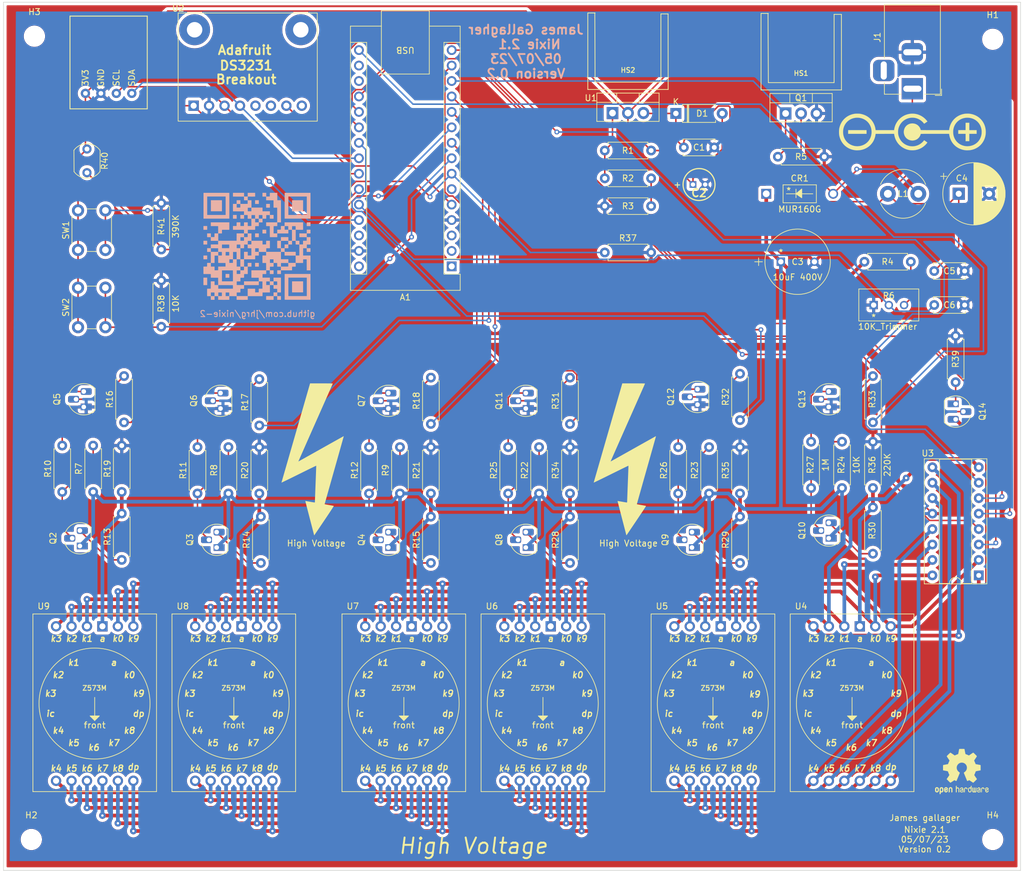
<source format=kicad_pcb>
(kicad_pcb (version 20221018) (generator pcbnew)
  (layers (0 "F.Cu" signal) (31 "B.Cu" signal) (34 "B.Paste" user) (35 "F.Paste" user) (36 "B.SilkS" user "B.Silkscreen") (37 "F.SilkS" user "F.Silkscreen") (38 "B.Mask" user) (39 "F.Mask" user) (44 "Edge.Cuts" user))
  (net 0 "")
  (net 3 "Net-(A1-A6)")
  (net 4 "GND")
  (net 5 "1s_pulse")
  (net 8 "Net-(A1-D5)")
  (net 9 "DP")
  (net 10 "digit_0")
  (net 11 "digit_1")
  (net 12 "digit_2")
  (net 13 "Cntrl")
  (net 14 "digit_3")
  (net 15 "digit_4")
  (net 16 "digit_5")
  (net 17 "Net-(A1-D4)")
  (net 19 "A0")
  (net 20 "A1")
  (net 21 "A2")
  (net 22 "A3")
  (net 23 "SDA")
  (net 24 "SCL")
  (net 26 "Vm")
  (net 27 "+5V")
  (net 30 "+15V")
  (net 31 "HV")
  (net 32 "Net-(Q1-D)")
  (net 34 "/Nixies 2.1 Display/tube_dp")
  (net 35 "Net-(Q2-C)")
  (net 36 "Net-(R2-Pad2)")
  (net 37 "Net-(R4-Pad2)")
  (net 38 "T1")
  (net 39 "T2")
  (net 40 "T3")
  (net 41 "T4")
  (net 42 "T5")
  (net 43 "T6")
  (net 44 "Net-(Q2-B)")
  (net 45 "Net-(Q3-C)")
  (net 46 "Net-(Q3-B)")
  (net 47 "/Nixies 2.1 Display/k8")
  (net 48 "/Nixies 2.1 Display/k9")
  (net 49 "/Nixies 2.1 Display/k2")
  (net 50 "/Nixies 2.1 Display/k3")
  (net 51 "/Nixies 2.1 Display/k7")
  (net 52 "/Nixies 2.1 Display/k6")
  (net 53 "/Nixies 2.1 Display/k4")
  (net 54 "/Nixies 2.1 Display/k5")
  (net 55 "/Nixies 2.1 Display/k1")
  (net 56 "/Nixies 2.1 Display/k0")
  (net 57 "Net-(Q4-C)")
  (net 58 "Net-(Q4-B)")
  (net 59 "Net-(Q5-B)")
  (net 60 "Net-(Q5-C)")
  (net 61 "Net-(Q6-B)")
  (net 62 "Net-(Q6-C)")
  (net 63 "Net-(Q7-B)")
  (net 64 "Net-(Q7-C)")
  (net 65 "Net-(Q8-C)")
  (net 66 "Net-(Q8-B)")
  (net 67 "Net-(Q9-C)")
  (net 68 "Net-(Q9-B)")
  (net 69 "Net-(Q10-C)")
  (net 70 "Net-(Q10-B)")
  (net 71 "Net-(Q11-B)")
  (net 72 "Net-(Q11-C)")
  (net 73 "Net-(Q12-B)")
  (net 74 "Net-(Q12-C)")
  (net 75 "Net-(Q13-B)")
  (net 76 "Net-(Q13-C)")
  (net 77 "Net-(Q14-E)")
  (net 78 "Net-(U1-ADJ)")
  (footprint "Resistor_THT:R_Axial_DIN0207_L6.3mm_D2.5mm_P7.62mm_Horizontal" (layer "F.Cu") (at 41.166 73.17 90)
    (fp_text reference "R38")
    (fp_text value "10K")
  )
  (footprint "nixie-2.1-footprints:1.0uF_160V_CAPPRD200W50D525H1250" (layer "F.Cu") (at 128.54 49.784)
    (fp_text reference "C2")
    (fp_text value "1.0uF 160V" hide)
  )
  (footprint "Resistor_THT:R_Axial_DIN0207_L6.3mm_D2.5mm_P7.62mm_Horizontal" (layer "F.Cu") (at 80.391 100.584 90)
    (fp_text reference "R9")
    (fp_text value "10K")
  )
  (footprint "Package_TO_SOT_THT:TO-220-3_Vertical" (layer "F.Cu") (at 115.316 38.029)
    (fp_text reference "U1")
    (fp_text value "LM317_TO-220")
  )
  (footprint "nixie-2.1-footprints:Z573M_Board" (layer "F.Cu") (at 53.086 135.128)
    (fp_text reference "U8")
    (fp_text value "Z573M_Board")
  )
  (footprint "Resistor_THT:R_Axial_DIN0207_L6.3mm_D2.5mm_P7.62mm_Horizontal" (layer "F.Cu") (at 41.166 60.47 90)
    (fp_text reference "R41")
    (fp_text value "390K")
  )
  (footprint "nixie-2.1-footprints:MUR160G" (layer "F.Cu") (at 140.5813 51.308)
    (fp_text reference "CR1")
    (fp_text value "MUR160G")
  )
  (footprint "nixie-2.1-footprints:BarrelJack_Horizontal" (layer "F.Cu") (at 164.592 34.036 -90)
    (fp_text reference "J1")
    (fp_text value "Barrel_Jack_Switch")
  )
  (footprint "nixie-2.1-footprints:PV36W103C01B00" (layer "F.Cu") (at 158.2293 69.6087)
    (fp_text reference "R6")
    (fp_text value "10K_Trimmer")
  )
  (footprint "MountingHole:MountingHole_3mm" (layer "F.Cu") (at 20.32 25.4)
    (fp_text reference "H3")
    (fp_text value "MountingHole")
  )
  (footprint "nixie-2.1-footprints:TO-92_HandSolder" (layer "F.Cu") (at 28.427 86.36 90)
    (fp_text reference "Q5")
    (fp_text value "MPSA42")
  )
  (footprint "nixie-2.1-footprints:TO-92_HandSolder" (layer "F.Cu") (at 78.486 109.474 90)
    (fp_text reference "Q4")
    (fp_text value "MPSA92")
  )
  (footprint "Resistor_THT:R_Axial_DIN0207_L6.3mm_D2.5mm_P7.62mm_Horizontal" (layer "F.Cu") (at 52.197 100.584 90)
    (fp_text reference "R8")
    (fp_text value "10K")
  )
  (footprint "Resistor_THT:R_Axial_DIN0207_L6.3mm_D2.5mm_P7.62mm_Horizontal" (layer "F.Cu") (at 85.471 112.014 90)
    (fp_text reference "R15")
    (fp_text value "3.3K")
  )
  (footprint "nixie-2.1-footprints:TO-92_HandSolder" (layer "F.Cu") (at 50.271 109.474 90)
    (fp_text reference "Q3")
    (fp_text value "MPSA92")
  )
  (footprint "Resistor_THT:R_Axial_DIN0207_L6.3mm_D2.5mm_P7.62mm_Horizontal" (layer "F.Cu") (at 126.111 100.584 90)
    (fp_text reference "R26")
    (fp_text value "1M")
  )
  (footprint "Resistor_THT:R_Axial_DIN0207_L6.3mm_D2.5mm_P7.62mm_Horizontal" (layer "F.Cu") (at 98.171 100.584 90)
    (fp_text reference "R25")
    (fp_text value "1M")
  )
  (footprint "nixie-2.1-footprints:BMP280_bb" (layer "F.Cu") (at 32.512 29.464)
    (fp_text reference "U10" hide)
    (fp_text value "BMP180_breakout")
  )
  (footprint "nixie-2.1-footprints:AVVID-577202B-00000G" (layer "F.Cu") (at 146.3265 34.3025 180)
    (fp_text reference "HS1")
    (fp_text value "Heatsink")
  )
  (footprint "Resistor_THT:R_Axial_DIN0207_L6.3mm_D2.5mm_P7.62mm_Horizontal" (layer "F.Cu") (at 103.251 100.584 90)
    (fp_text reference "R22")
    (fp_text value "10K")
  )
  (footprint "Resistor_THT:R_Axial_DIN0207_L6.3mm_D2.5mm_P7.62mm_Horizontal" (layer "F.Cu") (at 24.892 100.33 90)
    (fp_text reference "R10")
    (fp_text value "1M")
  )
  (footprint "Package_TO_SOT_THT:TO-92_HandSolder" (layer "F.Cu") (at 171.704 85.852 -90)
    (fp_text reference "Q14")
    (fp_text value "MPSA42")
  )
  (footprint "Resistor_THT:R_Axial_DIN0207_L6.3mm_D2.5mm_P7.62mm_Horizontal" (layer "F.Cu") (at 57.277 100.584 90)
    (fp_text reference "R20")
    (fp_text value "220K")
  )
  (footprint "nixie-2.1-footprints:R_LDR_5.1x4.3mm_P3.9mm_Vertical" (layer "F.Cu") (at 28.956 44.196 -90)
    (fp_text reference "R40")
    (fp_text value "R_Photo")
  )
  (footprint "MountingHole:MountingHole_3mm" (layer "F.Cu") (at 177.8 25.908)
    (fp_text reference "H1")
    (fp_text value "MountingHole")
  )
  (footprint "Resistor_THT:R_Axial_DIN0207_L6.3mm_D2.5mm_P7.62mm_Horizontal" (layer "F.Cu") (at 34.671 100.33 90)
    (fp_text reference "R19")
    (fp_text value "220K")
  )
  (footprint "nixie-2.1-footprints:High-voltage-25mm-v2-with-text" (layer "F.Cu") (at 117.348 94.996)
    (fp_text reference "G***" hide)
    (fp_text value "LOGO" hide)
  )
  (footprint "Resistor_THT:R_Axial_DIN0207_L6.3mm_D2.5mm_P7.62mm_Horizontal" (layer "F.Cu") (at 156.718 62.484)
    (fp_text reference "R4")
    (fp_text value "390K")
  )
  (footprint "nixie-2.1-footprints:ESG475M400AH2AA" (layer "F.Cu") (at 142.9816 62.484)
    (fp_text reference "C3")
    (fp_text value "10uF 400V")
  )
  (footprint "Resistor_THT:R_Axial_DIN0207_L6.3mm_D2.5mm_P7.62mm_Horizontal" (layer "F.Cu") (at 57.277 89.408 90)
    (fp_text reference "R17")
    (fp_text value "10K")
  )
  (footprint "Resistor_THT:R_Axial_DIN0207_L6.3mm_D2.5mm_P7.62mm_Horizontal" (layer "F.Cu") (at 147.955 99.695 90)
    (fp_text reference "R27")
    (fp_text value "1M")
  )
  (footprint "Resistor_THT:R_Axial_DIN0207_L6.3mm_D2.5mm_P7.62mm_Horizontal" (layer "F.Cu") (at 57.531 112.014 90)
    (fp_text reference "R14")
    (fp_text value "3.3K")
  )
  (footprint "nixie-2.1-footprints:High-voltage-25mm-v2-with-text" (layer "F.Cu") (at 66.04 94.996)
    (fp_text reference "G***" hide)
    (fp_text value "LOGO" hide)
  )
  (footprint "nixie-2.1-footprints:Z573M_Board" (layer "F.Cu") (at 81.026 135.128)
    (fp_text reference "U7")
    (fp_text value "Z573M_Board")
  )
  (footprint "nixie-2.1-footprints:TO-92_HandSolder" (layer "F.Cu") (at 128.376 109.474 90)
    (fp_text reference "Q9")
    (fp_text value "MPSA92")
  )
  (footprint "Resistor_THT:R_Axial_DIN0207_L6.3mm_D2.5mm_P7.62mm_Horizontal" (layer "F.Cu") (at 35.052 88.9 90)
    (fp_text reference "R16")
    (fp_text value "10K")
  )
  (footprint "MountingHole:MountingHole_3mm" (layer "F.Cu") (at 19.812 157.48)
    (fp_text reference "H2")
    (fp_text value "MountingHole")
  )
  (footprint "nixie-2.1-footprints:TO-92_HandSolder" (layer "F.Cu") (at 101.071 109.474 90)
    (fp_text reference "Q8")
    (fp_text value "MPSA92")
  )
  (footprint "Package_DIP:DIP-16_W7.62mm_Socket" (layer "F.Cu") (at 175.504 114.056 180)
    (fp_text reference "U3")
    (fp_text value "74141")
  )
  (footprint "Resistor_THT:R_Axial_DIN0207_L6.3mm_D2.5mm_P7.62mm_Horizontal" (layer "F.Cu") (at 108.331 100.584 90)
    (fp_text reference "R34")
    (fp_text value "220K")
  )
  (footprint "Symbol:OSHW-Logo2_9.8x8mm_SilkScreen" (layer "F.Cu") (at 172.72 146.304)
    (fp_text reference "REF**" hide)
    (fp_text value "OSHW-Logo2_9.8x8mm_SilkScreen" hide)
  )
  (footprint "nixie-2.1-footprints:TO-92_HandSolder" (layer "F.Cu") (at 50.906 86.614 90)
    (fp_text reference "Q6")
    (fp_text value "MPSA42")
  )
  (footprint "Resistor_THT:R_Axial_DIN0207_L6.3mm_D2.5mm_P7.62mm_Horizontal" (layer "F.Cu") (at 85.471 89.154 90)
    (fp_text reference "R18")
    (fp_text value "10K")
  )
  (footprint "nixie-2.1-footprints:Z573M_Board" (layer "F.Cu") (at 131.826 135.128)
    (fp_text reference "U5")
    (fp_text value "Z573M_Board")
  )
  (footprint "Resistor_THT:R_Axial_DIN0207_L6.3mm_D2.5mm_P7.62mm_Horizontal" (layer "F.Cu") (at 158.115 88.9 90)
    (fp_text reference "R33")
    (fp_text value "10K")
  )
  (footprint "nixie-2.1-footprints:Z573M_Board" (layer "F.Cu") (at 154.686 135.128)
    (fp_text reference "U4")
    (fp_text value "Z573M_Board")
  )
  (footprint "Resistor_THT:R_Axial_DIN0207_L6.3mm_D2.5mm_P7.62mm_Horizontal" (layer "F.Cu") (at 75.311 100.584 90)
    (fp_text reference "R12")
    (fp_text value "1M")
  )
  (footprint "Resistor_THT:R_Axial_DIN0207_L6.3mm_D2.5mm_P7.62mm_Horizontal" (layer "F.Cu") (at 171.704 82.296 90)
    (fp_text reference "R39")
    (fp_text value "12K")
  )
  (footprint "nixie-2.1-footprints:TO-92_HandSolder" (layer "F.Cu") (at 78.486 86.614 90)
    (fp_text reference "Q7")
    (fp_text value "MPSA42")
  )
  (footprint "Resistor_THT:R_Axial_DIN0207_L6.3mm_D2.5mm_P7.62mm_Horizontal" (layer "F.Cu") (at 114.046 60.96)
    (fp_text reference "R37")
    (fp_text value "10K")
  )
  (footprint "Symbol:Polarity_Center_Positive_6mm_SilkScreen" (layer "F.Cu") (at 164.592 41.148)
    (fp_text reference "REF**" hide)
    (fp_text value "Polarity_Center_Positive_6mm_SilkScreen" hide)
  )
  (footprint "Resistor_THT:R_Axial_DIN0207_L6.3mm_D2.5mm_P7.62mm_Horizontal" (layer "F.Cu") (at 121.666 44.196 180)
    (fp_text reference "R1")
    (fp_text value "220")
  )
  (footprint "Resistor_THT:R_Axial_DIN0207_L6.3mm_D2.5mm_P7.62mm_Horizontal" (layer "F.Cu") (at 136.271 100.584 90)
    (fp_text reference "R35")
    (fp_text value "220K")
  )
  (footprint "Module:Arduino_Nano" (layer "F.Cu") (at 88.89 63.246 180)
    (fp_text reference "A1")
    (fp_text value "Arduino_Nano_v3.x")
  )
  (footprint "Resistor_THT:R_Axial_DIN0207_L6.3mm_D2.5mm_P7.62mm_Horizontal" (layer "F.Cu") (at 47.117 100.584 90)
    (fp_text reference "R11")
    (fp_text value "1M")
  )
  (footprint "Capacitor_THT:C_Disc_D5.0mm_W2.5mm_P5.00mm" (layer "F.Cu") (at 127.04 43.688)
    (fp_text reference "C1")
    (fp_text value "0.1uF 50V")
  )
  (footprint "nixie-2.1-footprints:TO-92_HandSolder" (layer "F.Cu") (at 150.855 86.36 90)
    (fp_text reference "Q13")
    (fp_text value "MPSA42")
  )
  (footprint "Resistor_THT:R_Axial_DIN0207_L6.3mm_D2.5mm_P7.62mm_Horizontal" (layer "F.Cu") (at 153.035 99.695 90)
    (fp_text reference "R24")
    (fp_text value "10K")
  )
  (footprint "Resistor_THT:R_Axial_DIN0207_L6.3mm_D2.5mm_P7.62mm_Horizontal" (layer "F.Cu") (at 142.494 45.212)
    (fp_text reference "R5")
    (fp_text value "1M")
  )
  (footprint "nixie-2.1-footprints:AVVID-577202B-00000G" (layer "F.Cu") (at 117.856 34.2275 180)
    (fp_text reference "HS2")
    (fp_text value "Heatsink")
  )
  (footprint "Package_TO_SOT_THT:TO-92_HandSolder" (layer "F.Cu") (at 101.071 86.614 90)
    (fp_text reference "Q11")
    (fp_text value "MPSA42")
  )
  (footprint "Package_TO_SOT_THT:TO-220-3_Vertical" (layer "F.Cu") (at 143.764 38.1)
    (fp_text reference "Q1")
    (fp_text value "IRF730 TO220-3")
  )
  (footprint "Resistor_THT:R_Axial_DIN0207_L6.3mm_D2.5mm_P7.62mm_Horizontal" (layer "F.Cu") (at 121.666 53.34 180)
    (fp_text reference "R3")
    (fp_text value "330")
  )
  (footprint "Resistor_THT:R_Axial_DIN0207_L6.3mm_D2.5mm_P7.62mm_Horizontal" (layer "F.Cu") (at 108.331 89.154 90)
    (fp_text reference "R31")
    (fp_text value "10K")
  )
  (footprint "nixie-2.1-footprints:TO-92_HandSolder" (layer "F.Cu") (at 27.792 109.22 90)
    (fp_text reference "Q2")
    (fp_text value "MPSA92")
  )
  (footprint "Capacitor_THT:CP_Radial_D10.0mm_P5.00mm" (layer "F.Cu") (at 172.212 51.308)
    (fp_text reference "C4")
    (fp_text value "470uF 25V")
  )
  (footprint "Diode_THT:D_A-405_P7.62mm_Horizontal" (layer "F.Cu") (at 125.73 38.1)
    (fp_text reference "D1")
    (fp_text value "1N4002")
  )
  (footprint "MountingHole:MountingHole_3mm" (layer "F.Cu") (at 177.8 157.48)
    (fp_text reference "H4")
    (fp_text value "MountingHole")
  )
  (footprint "Resistor_THT:R_Axial_DIN0207_L6.3mm_D2.5mm_P7.62mm_Horizontal" (layer "F.Cu") (at 108.331 112.014 90)
    (fp_text reference "R28")
    (fp_text value "3.3K")
  )
  (footprint "Button_Switch_THT:SW_PUSH_6mm" (layer "F.Cu") (at 27.486 60.545 90)
    (fp_text reference "SW1")
    (fp_text value "SW_Push")
  )
  (footprint "Inductor_THT:L_Radial_D7.8mm_P5.00mm_Fastron_07HCP" (layer "F.Cu") (at 160.568 51.308)
    (fp_text reference "L1")
    (fp_text value "200uH 1A 450m")
  )
  (footprint "Resistor_THT:R_Axial_DIN0207_L6.3mm_D2.5mm_P7.62mm_Horizontal" (layer "F.Cu") (at 131.191 100.584 90)
    (fp_text reference "R23")
    (fp_text value "10K")
  )
  (footprint "Resistor_THT:R_Axial_DIN0207_L6.3mm_D2.5mm_P7.62mm_Horizontal" (layer "F.Cu") (at 136.271 88.519 90)
    (fp_text reference "R32")
    (fp_text value "10K")
  )
  (footprint "nixie-2.1-footprints:TO-92_HandSolder" (layer "F.Cu") (at 129.286 85.979 90)
    (fp_text reference "Q12")
    (fp_text value "MPSA42")
  )
  (footprint "nixie-2.1-footprints:Z573M_Board" (layer "F.Cu") (at 30.226 135.128)
    (fp_text reference "U9")
    (fp_text value "Z573M_Board")
  )
  (footprint "Resistor_THT:R_Axial_DIN0207_L6.3mm_D2.5mm_P7.62mm_Horizontal" (layer "F.Cu") (at 158.115 99.695 90)
    (fp_text reference "R36")
    (fp_text value "220K")
  )
  (footprint "Capacitor_THT:C_Disc_D5.0mm_W2.5mm_P5.00mm" (layer "F.Cu") (at 168.188 69.596)
    (fp_text reference "C6")
    (fp_text value "0.1uF 50V")
  )
  (footprint "nixie-2.1-footprints:TO-92_HandSolder" (layer "F.Cu") (at 150.855 107.95 90)
    (fp_text reference "Q10")
    (fp_text value "MPSA92")
  )
  (footprint "Resistor_THT:R_Axial_DIN0207_L6.3mm_D2.5mm_P7.62mm_Horizontal" (layer "F.Cu") (at 29.972 100.33 90)
    (fp_text reference "R7")
    (fp_text value "10K")
  )
  (footprint "nixie-2.1-footprints:Z573M_Board" (layer "F.Cu") (at 103.886 135.128)
    (fp_text reference "U6")
    (fp_text value "Z573M_Board")
  )
  (footprint "Resistor_THT:R_Axial_DIN0207_L6.3mm_D2.5mm_P7.62mm_Horizontal" (layer "F.Cu") (at 136.271 112.014 90)
    (fp_text reference "R29")
    (fp_text value "3.3K")
  )
  (footprint "Button_Switch_THT:SW_PUSH_6mm" (layer "F.Cu") (at 27.486 73.245 90)
    (fp_text reference "SW2")
    (fp_text value "SW_Push")
  )
  (footprint "Resistor_THT:R_Axial_DIN0207_L6.3mm_D2.5mm_P7.62mm_Horizontal" (layer "F.Cu") (at 158.115 110.49 90)
    (fp_text reference "R30")
    (fp_text value "3.3K")
  )
  (footprint "Resistor_THT:R_Axial_DIN0207_L6.3mm_D2.5mm_P7.62mm_Horizontal" (layer "F.Cu") (at 114.046 48.768)
    (fp_text reference "R2")
    (fp_text value "330")
  )
  (footprint "Capacitor_THT:C_Disc_D5.0mm_W2.5mm_P5.00mm" (layer "F.Cu") (at 168.188 64.008)
    (fp_text reference "C5")
    (fp_text value "0.1uF 50V")
  )
  (footprint "nixie-2.1-footprints:Adafruit_DS3231_breakout" (layer "F.Cu") (at 43.942 21.59)
    (fp_text reference "U2")
    (fp_text value "Adafruit_DS3231_breakout")
  )
  (footprint "Resistor_THT:R_Axial_DIN0207_L6.3mm_D2.5mm_P7.62mm_Horizontal" (layer "F.Cu") (at 34.671 111.506 90)
    (fp_text reference "R13")
    (fp_text value "3.3K")
  )
  (footprint "Resistor_THT:R_Axial_DIN0207_L6.3mm_D2.5mm_P7.62mm_Horizontal" (layer "F.Cu") (at 85.471 100.584 90)
    (fp_text reference "R21")
    (fp_text value "220K")
  )
  (footprint "nixie-2.1-footprints:QR-code-jhrg-nixie-2" (layer "B.Cu") (at 56.896 59.944 180)
    (fp_text reference "G***" hide)
    (fp_text value "LOGO" hide)
  )
  (gr_line (start 15.24 162.56) (end 15.24 19.812) (stroke (width 0.1)) (layer "Edge.Cuts"))
  (gr_line (start 182.372 162.56) (end 15.24 162.56) (stroke (width 0.1)) (layer "Edge.Cuts"))
  (gr_line (start 182.372 19.812) (end 182.372 162.56) (stroke (width 0.1)) (layer "Edge.Cuts"))
  (gr_line (start 15.24 19.812) (end 182.372 19.812) (stroke (width 0.1)) (layer "Edge.Cuts"))
  (gr_text locked "github.com/jhrg/nixie-2" (at 66.548 71.628) (layer "B.SilkS") (effects (font (size 1 1)) (justify left bottom mirror)))
  (gr_text locked "James Gallagher\nNixie 2.1 \n05/07/23\nVersion 0.2" (at 101.092 27.94) (layer "B.SilkS") (effects (font (size 1.5 1.5) (thickness 0.3)) (justify mirror)))
  (gr_text "Nixie 2.1\n05/07/23\nVersion 0.2" (at 166.624 157.48) (layer "F.SilkS") (effects (font (size 1 1))))
  (gr_text "James gallager\n" (at 166.624 153.924) (layer "F.SilkS") (effects (font (size 1 1))))
  (gr_text locked "High Voltage" (at 92.456 160.02) (layer "F.SilkS") (effects (font (size 2.54 2.54) (thickness 0.3175) italic) (justify bottom)))
  (segment (start 63.726 60.47) (end 73.65 50.546) (width 0.25) (layer "F.Cu") (net 3))
  (segment (start 28.956 47.846) (end 41.166 60.056) (width 0.25) (layer "F.Cu") (net 3))
  (segment (start 41.166 60.47) (end 63.726 60.47) (width 0.25) (layer "F.Cu") (net 3))
  (segment (start 41.166 60.056) (end 41.166 60.47) (width 0.25) (layer "F.Cu") (net 3))
  (segment (start 166.624 102.636) (end 167.884 103.896) (width 0.25) (layer "F.Cu") (net 4))
  (segment (start 166.624 102.636) (end 166.624 102.616) (width 0.25) (layer "F.Cu") (net 4))
  (via (at 166.624 102.616) (size 0.8) (drill 0.4) (layers "F.Cu" "B.Cu") (net 4))
  (segment (start 78.486 86.614) (end 79.121 86.614) (width 0.25) (layer "B.Cu") (net 4))
  (segment (start 82.54 46.736) (end 88.89 53.086) (width 0.25) (layer "F.Cu") (net 5))
  (segment (start 61.722 36.83) (end 71.628 46.736) (width 0.25) (layer "F.Cu") (net 5))
  (segment (start 71.628 46.736) (end 82.54 46.736) (width 0.25) (layer "F.Cu") (net 5))
  (segment (start 41.091 73.245) (end 41.166 73.17) (width 0.25) (layer "F.Cu") (net 8))
  (segment (start 31.986 66.745) (end 31.986 73.245) (width 0.25) (layer "F.Cu") (net 8))
  (segment (start 31.986 73.245) (end 41.091 73.245) (width 0.25) (layer "F.Cu") (net 8))
  (segment (start 82.296 58.42) (end 78.74 61.976) (width 0.25) (layer "F.Cu") (net 8))
  (via (at 82.296 58.42) (size 0.8) (drill 0.4) (layers "F.Cu" "B.Cu") (net 8))
  (via (at 78.74 61.976) (size 0.8) (drill 0.4) (layers "F.Cu" "B.Cu") (net 8))
  (segment (start 88.89 45.466) (end 82.296 52.06) (width 0.25) (layer "B.Cu") (net 8))
  (segment (start 78.74 61.976) (end 67.546 73.17) (width 0.25) (layer "B.Cu") (net 8))
  (segment (start 67.546 73.17) (end 41.166 73.17) (width 0.25) (layer "B.Cu") (net 8))
  (segment (start 82.296 52.06) (end 82.296 58.42) (width 0.25) (layer "B.Cu") (net 8))
  (segment (start 157.48 75.184) (end 165.862 83.566) (width 0.25) (layer "F.Cu") (net 9))
  (segment (start 93.98 48.016) (end 93.98 75.184) (width 0.25) (layer "F.Cu") (net 9))
  (segment (start 88.89 42.926) (end 93.98 48.016) (width 0.25) (layer "F.Cu") (net 9))
  (segment (start 93.98 75.184) (end 157.48 75.184) (width 0.25) (layer "F.Cu") (net 9))
  (segment (start 165.862 87.122) (end 172.974 87.122) (width 0.25) (layer "F.Cu") (net 9))
  (segment (start 165.862 83.566) (end 165.862 87.122) (width 0.25) (layer "F.Cu") (net 9))
  (segment (start 73.41237 51.671) (end 76.853 51.671) (width 0.25) (layer "F.Cu") (net 10))
  (segment (start 35.052 88.9) (end 36.18337 88.9) (width 0.25) (layer "F.Cu") (net 10))
  (segment (start 36.18337 88.9) (end 73.41237 51.671) (width 0.25) (layer "F.Cu") (net 10))
  (via (at 76.853 51.671) (size 0.8) (drill 0.4) (layers "F.Cu" "B.Cu") (net 10))
  (segment (start 88.89 40.386) (end 77.605 51.671) (width 0.25) (layer "B.Cu") (net 10))
  (segment (start 77.605 51.671) (end 76.853 51.671) (width 0.25) (layer "B.Cu") (net 10))
  (segment (start 88.89 37.846) (end 94.996 43.952) (width 0.25) (layer "F.Cu") (net 11))
  (segment (start 94.996 43.952) (end 94.996 72.136) (width 0.25) (layer "F.Cu") (net 11))
  (via (at 94.996 72.136) (size 0.8) (drill 0.4) (layers "F.Cu" "B.Cu") (net 11))
  (segment (start 80.264 72.136) (end 94.996 72.136) (width 0.25) (layer "B.Cu") (net 11))
  (segment (start 57.277 89.408) (end 62.992 89.408) (width 0.25) (layer "B.Cu") (net 11))
  (segment (start 62.992 89.408) (end 80.264 72.136) (width 0.25) (layer "B.Cu") (net 11))
  (segment (start 96.012 42.428) (end 96.012 73.152) (width 0.25) (layer "F.Cu") (net 12))
  (segment (start 88.89 35.306) (end 96.012 42.428) (width 0.25) (layer "F.Cu") (net 12))
  (via (at 96.012 73.152) (size 0.8) (drill 0.4) (layers "F.Cu" "B.Cu") (net 12))
  (segment (start 96.012 78.613) (end 96.012 73.152) (width 0.25) (layer "B.Cu") (net 12))
  (segment (start 85.471 89.154) (end 96.012 78.613) (width 0.25) (layer "B.Cu") (net 12))
  (segment (start 143.764 43.942) (end 142.494 45.212) (width 0.25) (layer "F.Cu") (net 13))
  (segment (start 143.764 38.1) (end 143.764 43.942) (width 0.25) (layer "F.Cu") (net 13))
  (segment (start 88.89 32.766) (end 138.43 32.766) (width 0.25) (layer "B.Cu") (net 13))
  (segment (start 138.43 32.766) (end 143.764 38.1) (width 0.25) (layer "B.Cu") (net 13))
  (segment (start 93.022 55.627009) (end 93.022 75.370396) (width 0.25) (layer "F.Cu") (net 14))
  (segment (start 93.022 75.370396) (end 98.060604 80.409) (width 0.25) (layer "F.Cu") (net 14))
  (segment (start 87.765 51.011991) (end 88.424009 51.671) (width 0.25) (layer "F.Cu") (net 14))
  (segment (start 89.065991 51.671) (end 93.022 55.627009) (width 0.25) (layer "F.Cu") (net 14))
  (segment (start 88.89 30.226) (end 87.765 31.351) (width 0.25) (layer "F.Cu") (net 14))
  (segment (start 108.796991 80.409) (end 109.456 81.068009) (width 0.25) (layer "F.Cu") (net 14))
  (segment (start 98.060604 80.409) (end 108.796991 80.409) (width 0.25) (layer "F.Cu") (net 14))
  (segment (start 109.456 81.068009) (end 109.456 88.029) (width 0.25) (layer "F.Cu") (net 14))
  (segment (start 88.424009 51.671) (end 89.065991 51.671) (width 0.25) (layer "F.Cu") (net 14))
  (segment (start 87.765 31.351) (end 87.765 51.011991) (width 0.25) (layer "F.Cu") (net 14))
  (segment (start 109.456 88.029) (end 108.331 89.154) (width 0.25) (layer "F.Cu") (net 14))
  (segment (start 90.678 27.686) (end 136.652 73.66) (width 0.25) (layer "F.Cu") (net 15))
  (segment (start 136.652 73.66) (end 139.7 73.66) (width 0.25) (layer "F.Cu") (net 15))
  (segment (start 88.89 27.686) (end 90.678 27.686) (width 0.25) (layer "F.Cu") (net 15))
  (via (at 139.7 73.66) (size 0.8) (drill 0.4) (layers "F.Cu" "B.Cu") (net 15))
  (segment (start 136.271 88.519) (end 139.7 85.09) (width 0.25) (layer "B.Cu") (net 15))
  (segment (start 139.7 85.09) (end 139.7 73.66) (width 0.25) (layer "B.Cu") (net 15))
  (segment (start 139.7 36.576) (end 161.544 58.42) (width 0.25) (layer "B.Cu") (net 16))
  (segment (start 176.276 77.216) (end 169.843 77.216) (width 0.25) (layer "B.Cu") (net 16))
  (segment (start 171.196 58.42) (end 176.276 63.5) (width 0.25) (layer "B.Cu") (net 16))
  (segment (start 161.544 58.42) (end 171.196 58.42) (width 0.25) (layer "B.Cu") (net 16))
  (segment (start 169.821 77.194) (end 158.115 88.9) (width 0.25) (layer "B.Cu") (net 16))
  (segment (start 82.54 36.576) (end 139.7 36.576) (width 0.25) (layer "B.Cu") (net 16))
  (segment (start 169.843 77.216) (end 169.821 77.194) (width 0.25) (layer "B.Cu") (net 16))
  (segment (start 73.65 27.686) (end 82.54 36.576) (width 0.25) (layer "B.Cu") (net 16))
  (segment (start 176.276 63.5) (end 176.276 77.216) (width 0.25) (layer "B.Cu") (net 16))
  (segment (start 31.986 54.045) (end 31.986 60.545) (width 0.25) (layer "F.Cu") (net 17))
  (segment (start 82.804 49.276) (end 85.344 51.816) (width 0.25) (layer "F.Cu") (net 17))
  (segment (start 38.919 54.045) (end 68.383 54.045) (width 0.25) (layer "F.Cu") (net 17))
  (segment (start 68.383 54.045) (end 73.152 49.276) (width 0.25) (layer "F.Cu") (net 17))
  (segment (start 73.152 49.276) (end 82.804 49.276) (width 0.25) (layer "F.Cu") (net 17))
  (via (at 38.919 54.045) (size 0.8) (drill 0.4) (layers "F.Cu" "B.Cu") (net 17))
  (via (at 85.344 51.816) (size 0.8) (drill 0.4) (layers "F.Cu" "B.Cu") (net 17))
  (segment (start 114.046 60.96) (end 101.844 60.96) (width 0.25) (layer "B.Cu") (net 17))
  (segment (start 85.344 51.552) (end 88.89 48.006) (width 0.25) (layer "B.Cu") (net 17))
  (segment (start 85.344 51.816) (end 85.344 51.552) (width 0.25) (layer "B.Cu") (net 17))
  (segment (start 101.844 60.96) (end 88.89 48.006) (width 0.25) (layer "B.Cu") (net 17))
  (segment (start 31.986 54.045) (end 38.919 54.045) (width 0.25) (layer "B.Cu") (net 17))
  (segment (start 91.456604 29.101) (end 137.089604 74.734) (width 0.25) (layer "F.Cu") (net 19))
  (segment (start 165.732991 74.734) (end 178.308 87.309009) (width 0.25) (layer "F.Cu") (net 19))
  (segment (start 73.65 35.306) (end 79.855 29.101) (width 0.25) (layer "F.Cu") (net 19))
  (segment (start 79.855 29.101) (end 91.456604 29.101) (width 0.25) (layer "F.Cu") (net 19))
  (segment (start 178.308 87.309009) (end 178.308 108.712) (width 0.25) (layer "F.Cu") (net 19))
  (segment (start 137.089604 74.734) (end 165.732991 74.734) (width 0.25) (layer "F.Cu") (net 19))
  (via (at 178.308 108.712) (size 0.8) (drill 0.4) (layers "F.Cu" "B.Cu") (net 19))
  (segment (start 178.044 108.976) (end 178.308 108.712) (width 0.25) (layer "B.Cu") (net 19))
  (segment (start 175.504 108.976) (end 178.044 108.976) (width 0.25) (layer "B.Cu") (net 19))
  (segment (start 73.65 37.846) (end 72.525 36.721) (width 0.25) (layer "F.Cu") (net 20))
  (segment (start 136.272396 72.644) (end 164.279387 72.644) (width 0.25) (layer "F.Cu") (net 20))
  (segment (start 90.189396 26.561) (end 136.272396 72.644) (width 0.25) (layer "F.Cu") (net 20))
  (segment (start 72.525 34.840009) (end 73.184009 34.181) (width 0.25) (layer "F.Cu") (net 20))
  (segment (start 74.115991 34.181) (end 81.735991 26.561) (width 0.25) (layer "F.Cu") (net 20))
  (segment (start 72.525 36.721) (end 72.525 34.840009) (width 0.25) (layer "F.Cu") (net 20))
  (segment (start 73.184009 34.181) (end 74.115991 34.181) (width 0.25) (layer "F.Cu") (net 20))
  (segment (start 179.324 87.688613) (end 179.324 101.092) (width 0.25) (layer "F.Cu") (net 20))
  (segment (start 164.279387 72.644) (end 179.324 87.688613) (width 0.25) (layer "F.Cu") (net 20))
  (segment (start 81.735991 26.561) (end 90.189396 26.561) (width 0.25) (layer "F.Cu") (net 20))
  (via (at 179.324 101.092) (size 0.8) (drill 0.4) (layers "F.Cu" "B.Cu") (net 20))
  (segment (start 175.504 101.356) (end 179.06 101.356) (width 0.25) (layer "B.Cu") (net 20))
  (segment (start 179.06 101.356) (end 179.324 101.092) (width 0.25) (layer "B.Cu") (net 20))
  (segment (start 72.075 27.670009) (end 73.837009 25.908) (width 0.25) (layer "F.Cu") (net 21))
  (segment (start 72.075 38.811) (end 72.075 27.670009) (width 0.25) (layer "F.Cu") (net 21))
  (segment (start 73.837009 25.908) (end 90.932 25.908) (width 0.25) (layer "F.Cu") (net 21))
  (segment (start 90.932 25.908) (end 106.172 41.148) (width 0.25) (layer "F.Cu") (net 21))
  (segment (start 73.65 40.386) (end 72.075 38.811) (width 0.25) (layer "F.Cu") (net 21))
  (via (at 106.172 41.148) (size 0.8) (drill 0.4) (layers "F.Cu" "B.Cu") (net 21))
  (segment (start 156.972 78.6895) (end 164.592 71.0695) (width 0.25) (layer "B.Cu") (net 21))
  (segment (start 175.504 98.816) (end 166.713 90.025) (width 0.25) (layer "B.Cu") (net 21))
  (segment (start 164.592 71.0695) (end 168.813491 71.0695) (width 0.25) (layer "B.Cu") (net 21))
  (segment (start 157.649009 90.025) (end 156.972 89.347991) (width 0.25) (layer "B.Cu") (net 21))
  (segment (start 165.1 58.87) (end 133.546 58.87) (width 0.25) (layer "B.Cu") (net 21))
  (segment (start 169.821 63.591) (end 165.1 58.87) (width 0.25) (layer "B.Cu") (net 21))
  (segment (start 133.546 58.87) (end 115.824 41.148) (width 0.25) (layer "B.Cu") (net 21))
  (segment (start 115.824 41.148) (end 106.172 41.148) (width 0.25) (layer "B.Cu") (net 21))
  (segment (start 169.821 70.061991) (end 169.821 63.591) (width 0.25) (layer "B.Cu") (net 21))
  (segment (start 166.713 90.025) (end 157.649009 90.025) (width 0.25) (layer "B.Cu") (net 21))
  (segment (start 168.813491 71.0695) (end 169.821 70.061991) (width 0.25) (layer "B.Cu") (net 21))
  (segment (start 156.972 89.347991) (end 156.972 78.6895) (width 0.25) (layer "B.Cu") (net 21))
  (segment (start 159.512 81.086009) (end 156.149991 77.724) (width 0.25) (layer "F.Cu") (net 22))
  (segment (start 156.149991 77.724) (end 136.652 77.724) (width 0.25) (layer "F.Cu") (net 22))
  (segment (start 174.089 105.021) (end 167.418009 105.021) (width 0.25) (layer "F.Cu") (net 22))
  (segment (start 167.418009 105.021) (end 159.512 97.114991) (width 0.25) (layer "F.Cu") (net 22))
  (segment (start 159.512 97.114991) (end 159.512 81.086009) (width 0.25) (layer "F.Cu") (net 22))
  (segment (start 175.504 106.436) (end 174.089 105.021) (width 0.25) (layer "F.Cu") (net 22))
  (via (at 136.652 77.724) (size 0.8) (drill 0.4) (layers "F.Cu" "B.Cu") (net 22))
  (segment (start 73.825991 51.961) (end 73.184009 51.961) (width 0.25) (layer "B.Cu") (net 22))
  (segment (start 74.138604 54.211) (end 91.338604 71.411) (width 0.25) (layer "B.Cu") (net 22))
  (segment (start 72.525 52.620009) (end 72.525 53.551991) (width 0.25) (layer "B.Cu") (net 22))
  (segment (start 74.775 51.011991) (end 73.825991 51.961) (width 0.25) (layer "B.Cu") (net 22))
  (segment (start 73.184009 54.211) (end 74.138604 54.211) (width 0.25) (layer "B.Cu") (net 22))
  (segment (start 73.184009 51.961) (end 72.525 52.620009) (width 0.25) (layer "B.Cu") (net 22))
  (segment (start 130.339 71.411) (end 136.652 77.724) (width 0.25) (layer "B.Cu") (net 22))
  (segment (start 72.525 53.551991) (end 73.184009 54.211) (width 0.25) (layer "B.Cu") (net 22))
  (segment (start 91.338604 71.411) (end 130.339 71.411) (width 0.25) (layer "B.Cu") (net 22))
  (segment (start 74.775 44.051) (end 74.775 51.011991) (width 0.25) (layer "B.Cu") (net 22))
  (segment (start 73.65 42.926) (end 74.775 44.051) (width 0.25) (layer "B.Cu") (net 22))
  (segment (start 36.322 34.798) (end 38.1 33.02) (width 0.25) (layer "B.Cu") (net 23))
  (segment (start 38.1 33.02) (end 50.292 33.02) (width 0.25) (layer "B.Cu") (net 23))
  (segment (start 54.102 36.83) (end 62.738 45.466) (width 0.25) (layer "B.Cu") (net 23))
  (segment (start 62.738 45.466) (end 73.65 45.466) (width 0.25) (layer "B.Cu") (net 23))
  (segment (start 50.292 33.02) (end 54.102 36.83) (width 0.25) (layer "B.Cu") (net 23))
  (segment (start 62.738 48.006) (end 73.65 48.006) (width 0.25) (layer "F.Cu") (net 24))
  (segment (start 51.562 36.83) (end 62.738 48.006) (width 0.25) (layer "F.Cu") (net 24))
  (segment (start 33.782 34.798) (end 34.869 33.711) (width 0.25) (layer "F.Cu") (net 24))
  (segment (start 48.443 33.711) (end 51.562 36.83) (width 0.25) (layer "F.Cu") (net 24))
  (segment (start 34.869 33.711) (end 48.443 33.711) (width 0.25) (layer "F.Cu") (net 24))
  (segment (start 167.1645 70.6195) (end 168.188 69.596) (width 0.25) (layer "B.Cu") (net 26))
  (segment (start 160.7293 69.6087) (end 152.5438 61.4232) (width 0.25) (layer "B.Cu") (net 26))
  (segment (start 160.7293 69.6087) (end 161.7401 70.6195) (width 0.25) (layer "B.Cu") (net 26))
  (segment (start 152.5438 61.4232) (end 122.793791 61.4232) (width 0.25) (layer "B.Cu") (net 26))
  (segment (start 82.649 62.085) (end 73.65 53.086) (width 0.25) (layer "B.Cu") (net 26))
  (segment (start 122.793791 61.4232) (end 122.131991 62.085) (width 0.25) (layer "B.Cu") (net 26))
  (segment (start 122.131991 62.085) (end 82.649 62.085) (width 0.25) (layer "B.Cu") (net 26))
  (segment (start 161.7401 70.6195) (end 167.1645 70.6195) (width 0.25) (layer "B.Cu") (net 26))
  (segment (start 28.956 43.946) (end 27.486 45.416) (width 0.25) (layer "F.Cu") (net 27))
  (segment (start 28.702 43.692) (end 28.956 43.946) (width 0.25) (layer "F.Cu") (net 27))
  (segment (start 117.856 38.029) (end 133.738 22.147) (width 0.25) (layer "F.Cu") (net 27))
  (segment (start 46.482 36.83) (end 58.928 49.276) (width 0.25) (layer "F.Cu") (net 27))
  (segment (start 121.666 44.196) (end 122.952 44.196) (width 0.25) (layer "F.Cu") (net 27))
  (segment (start 128.54 48.778991) (end 128.54 49.784) (width 0.25) (layer "F.Cu") (net 27))
  (segment (start 117.856 38.029) (end 117.856 40.386) (width 0.25) (layer "F.Cu") (net 27))
  (segment (start 42.235 21.265) (end 28.702 34.798) (width 0.25) (layer "F.Cu") (net 27))
  (segment (start 27.486 60.545) (end 27.486 66.745) (width 0.25) (layer "F.Cu") (net 27))
  (segment (start 28.702 34.798) (end 28.702 43.692) (width 0.25) (layer "F.Cu") (net 27))
  (segment (start 30.734 36.83) (end 46.482 36.83) (width 0.25) (layer "F.Cu") (net 27))
  (segment (start 117.856 38.029) (end 101.092 21.265) (width 0.25) (layer "F.Cu") (net 27))
  (segment (start 27.486 66.745) (end 27.486 73.245) (width 0.25) (layer "F.Cu") (net 27))
  (segment (start 166.419 22.147) (end 180.604 36.332) (width 0.25) (layer "F.Cu") (net 27))
  (segment (start 101.092 21.265) (end 42.235 21.265) (width 0.25) (layer "F.Cu") (net 27))
  (segment (start 122.952 44.196) (end 128.54 49.784) (width 0.25) (layer "F.Cu") (net 27))
  (segment (start 133.35 43.968991) (end 128.54 48.778991) (width 0.25) (layer "F.Cu") (net 27))
  (segment (start 28.702 34.798) (end 30.734 36.83) (width 0.25) (layer "F.Cu") (net 27))
  (segment (start 117.856 40.386) (end 121.666 44.196) (width 0.25) (layer "F.Cu") (net 27))
  (segment (start 133.738 22.147) (end 166.419 22.147) (width 0.25) (layer "F.Cu") (net 27))
  (segment (start 27.486 54.045) (end 27.486 60.545) (width 0.25) (layer "F.Cu") (net 27))
  (segment (start 180.604 36.332) (end 180.604 103.896) (width 0.25) (layer "F.Cu") (net 27))
  (segment (start 133.35 38.1) (end 133.35 43.968991) (width 0.25) (layer "F.Cu") (net 27))
  (segment (start 27.486 45.416) (end 27.486 54.045) (width 0.25) (layer "F.Cu") (net 27))
  (via (at 180.604 103.896) (size 0.8) (drill 0.4) (layers "F.Cu" "B.Cu") (net 27))
  (via (at 58.928 49.276) (size 0.8) (drill 0.4) (layers "F.Cu" "B.Cu") (net 27))
  (segment (start 65.278 55.626) (end 58.928 49.276) (width 0.25) (layer "B.Cu") (net 27))
  (segment (start 73.65 55.626) (end 65.278 55.626) (width 0.25) (layer "B.Cu") (net 27))
  (segment (start 175.504 103.896) (end 180.604 103.896) (width 0.25) (layer "B.Cu") (net 27))
  (segment (start 164.592 47.284) (end 160.568 51.308) (width 0.25) (layer "F.Cu") (net 30))
  (segment (start 127.04 43.688) (end 127.04 42.55663) (width 0.25) (layer "F.Cu") (net 30))
  (segment (start 138.8929 47.244) (end 134.62 47.244) (width 0.25) (layer "F.Cu") (net 30))
  (segment (start 172.212 51.308) (end 172.212 59.984) (width 0.25) (layer "F.Cu") (net 30))
  (segment (start 162.193 52.933) (end 160.568 51.308) (width 0.25) (layer "F.Cu") (net 30))
  (segment (start 144.2569 52.608) (end 138.8929 47.244) (width 0.25) (layer "F.Cu") (net 30))
  (segment (start 159.268 52.608) (end 144.2569 52.608) (width 0.25) (layer "F.Cu") (net 30))
  (segment (start 172.212 51.308) (end 170.587 52.933) (width 0.25) (layer "F.Cu") (net 30))
  (segment (start 164.592 47.284) (end 164.592 34.036) (width 0.25) (layer "F.Cu") (net 30))
  (segment (start 120.467 38.1) (end 120.396 38.029) (width 0.25) (layer "F.Cu") (net 30))
  (segment (start 132.72163 36.875) (end 134.411 36.875) (width 0.25) (layer "F.Cu") (net 30))
  (segment (start 172.212 59.984) (end 168.188 64.008) (width 0.25) (layer "F.Cu") (net 30))
  (segment (start 125.73 38.1) (end 120.467 38.1) (width 0.25) (layer "F.Cu") (net 30))
  (segment (start 127.04 42.55663) (end 132.72163 36.875) (width 0.25) (layer "F.Cu") (net 30))
  (segment (start 125.73 38.1) (end 125.73 42.378) (width 0.25) (layer "F.Cu") (net 30))
  (segment (start 125.73 42.378) (end 127.04 43.688) (width 0.25) (layer "F.Cu") (net 30))
  (segment (start 160.568 51.308) (end 159.268 52.608) (width 0.25) (layer "F.Cu") (net 30))
  (segment (start 170.587 52.933) (end 162.193 52.933) (width 0.25) (layer "F.Cu") (net 30))
  (segment (start 134.62 37.084) (end 134.62 47.244) (width 0.25) (layer "F.Cu") (net 30))
  (segment (start 134.411 36.875) (end 134.62 37.084) (width 0.25) (layer "F.Cu") (net 30))
  (segment (start 140.5813 51.308) (end 140.5813 60.0837) (width 0.606715) (layer "F.Cu") (net 31))
  (segment (start 145.0136 64.516) (end 142.9816 62.484) (width 0.606715) (layer "F.Cu") (net 31))
  (segment (start 154.686 64.516) (end 145.0136 64.516) (width 0.606715) (layer "F.Cu") (net 31))
  (segment (start 156.718 62.484) (end 154.686 64.516) (width 0.606715) (layer "F.Cu") (net 31))
  (segment (start 140.5813 60.0837) (end 142.9816 62.484) (width 0.606715) (layer "F.Cu") (net 31))
  (segment (start 52.197 107.548) (end 50.271 109.474) (width 0.606715) (layer "B.Cu") (net 31))
  (segment (start 136.897064 103.124) (end 142.748 103.124) (width 0.606715) (layer "B.Cu") (net 31))
  (segment (start 29.972 107.04) (end 27.792 109.22) (width 0.606715) (layer "B.Cu") (net 31))
  (segment (start 131.191 100.584) (end 131.191 106.659) (width 0.606715) (layer "B.Cu") (net 31))
  (segment (start 86.097064 103.124) (end 100.711 103.124) (width 0.606715) (layer "B.Cu") (net 31))
  (segment (start 50.843643 101.937357) (end 52.197 100.584) (width 0.606715) (layer "B.Cu") (net 31))
  (segment (start 80.391 107.569) (end 78.486 109.474) (width 0.606715) (layer "B.Cu") (net 31))
  (segment (start 100.711 103.124) (end 103.251 100.584) (width 0.606715) (layer "B.Cu") (net 31))
  (segment (start 52.197 100.584) (end 52.197 107.548) (width 0.606715) (layer "B.Cu") (net 31))
  (segment (start 80.391 100.584) (end 83.557064 100.584) (width 0.606715) (layer "B.Cu") (net 31))
  (segment (start 128.734357 103.040643) (end 131.191 100.584) (width 0.606715) (layer "B.Cu") (net 31))
  (segment (start 103.251 100.584) (end 105.707643 103.040643) (width 0.606715) (layer "B.Cu") (net 31))
  (segment (start 142.748 103.124) (end 142.9816 102.8904) (width 0.606715) (layer "B.Cu") (net 31))
  (segment (start 142.9816 102.8904) (end 142.9816 62.484) (width 0.606715) (layer "B.Cu") (net 31))
  (segment (start 103.251 100.584) (end 103.251 107.294) (width 0.606715) (layer "B.Cu") (net 31))
  (segment (start 153.035 105.77) (end 150.855 107.95) (width 0.606715) (layer "B.Cu") (net 31))
  (segment (start 134.357064 100.584) (end 136.897064 103.124) (width 0.606715) (layer "B.Cu") (net 31))
  (segment (start 29.972 100.33) (end 31.579357 101.937357) (width 0.606715) (layer "B.Cu") (net 31))
  (segment (start 103.251 107.294) (end 101.071 109.474) (width 0.606715) (layer "B.Cu") (net 31))
  (segment (start 29.972 100.33) (end 29.972 107.04) (width 0.606715) (layer "B.Cu") (net 31))
  (segment (start 31.579357 101.937357) (end 50.843643 101.937357) (width 0.606715) (layer "B.Cu") (net 31))
  (segment (start 80.391 100.584) (end 80.391 107.569) (width 0.606715) (layer "B.Cu") (net 31))
  (segment (start 53.550357 101.937357) (end 79.037643 101.937357) (width 0.606715) (layer "B.Cu") (net 31))
  (segment (start 105.707643 103.040643) (end 128.734357 103.040643) (width 0.606715) (layer "B.Cu") (net 31))
  (segment (start 131.191 106.659) (end 128.376 109.474) (width 0.606715) (layer "B.Cu") (net 31))
  (segment (start 83.557064 100.584) (end 86.097064 103.124) (width 0.606715) (layer "B.Cu") (net 31))
  (segment (start 79.037643 101.937357) (end 80.391 100.584) (width 0.606715) (layer "B.Cu") (net 31))
  (segment (start 142.748 103.124) (end 149.606 103.124) (width 0.606715) (layer "B.Cu") (net 31))
  (segment (start 153.035 99.695) (end 153.035 105.77) (width 0.606715) (layer "B.Cu") (net 31))
  (segment (start 52.197 100.584) (end 53.550357 101.937357) (width 0.606715) (layer "B.Cu") (net 31))
  (segment (start 131.191 100.584) (end 134.357064 100.584) (width 0.606715) (layer "B.Cu") (net 31))
  (segment (start 149.606 103.124) (end 153.035 99.695) (width 0.606715) (layer "B.Cu") (net 31))
  (segment (start 146.304 38.1) (end 146.304 46.0325) (width 0.25) (layer "F.Cu") (net 32))
  (segment (start 155.448 47.4395) (end 151.5795 51.308) (width 0.25) (layer "F.Cu") (net 32))
  (segment (start 146.304 46.0325) (end 151.5795 51.308) (width 0.25) (layer "F.Cu") (net 32))
  (segment (start 155.448 47.244) (end 155.448 47.4395) (width 0.25) (layer "F.Cu") (net 32))
  (via (at 155.448 47.244) (size 0.8) (drill 0.4) (layers "F.Cu" "B.Cu") (net 32))
  (segment (start 165.568 51.308) (end 161.504 47.244) (width 0.25) (layer "B.Cu") (net 32))
  (segment (start 161.504 47.244) (end 155.448 47.244) (width 0.25) (layer "B.Cu") (net 32))
  (segment (start 110.236 156.083) (end 36.576 156.083) (width 0.606715) (layer "F.Cu") (net 34))
  (segment (start 176.857357 93.545357) (end 171.704 88.392) (width 0.606715) (layer "F.Cu") (net 34))
  (segment (start 138.176 156.083) (end 110.236 156.083) (width 0.606715) (layer "F.Cu") (net 34))
  (segment (start 176.857357 132.006643) (end 176.857357 93.545357) (width 0.606715) (layer "F.Cu") (net 34))
  (segment (start 161.036 147.828) (end 152.781 156.083) (width 0.606715) (layer "F.Cu") (net 34))
  (segment (start 152.781 156.083) (end 138.176 156.083) (width 0.606715) (layer "F.Cu") (net 34))
  (segment (start 161.036 147.828) (end 176.857357 132.006643) (width 0.606715) (layer "F.Cu") (net 34))
  (via (at 87.376 156.083) (size 1.09728) (drill 0.4) (layers "F.Cu" "B.Cu") (net 34))
  (via (at 59.436 156.083) (size 1.09728) (drill 0.4) (layers "F.Cu" "B.Cu") (net 34))
  (via (at 110.236 156.083) (size 1.09728) (drill 0.4) (layers "F.Cu" "B.Cu") (net 34))
  (via (at 36.576 156.083) (size 1.09728) (drill 0.4) (layers "F.Cu" "B.Cu") (net 34))
  (via (at 138.176 156.083) (size 1.09728) (drill 0.4) (layers "F.Cu" "B.Cu") (net 34))
  (segment (start 36.576 147.828) (end 36.576 156.083) (width 0.606715) (layer "B.Cu") (net 34))
  (segment (start 87.376 147.828) (end 87.376 156.083) (width 0.606715) (layer "B.Cu") (net 34))
  (segment (start 138.176 147.828) (end 138.176 156.083) (width 0.606715) (layer "B.Cu") (net 34))
  (segment (start 110.236 147.828) (end 110.236 156.083) (width 0.606715) (layer "B.Cu") (net 34))
  (segment (start 59.436 147.828) (end 59.436 156.083) (width 0.606715) (layer "B.Cu") (net 34))
  (segment (start 27.792 106.68) (end 32.618 111.506) (width 0.25) (layer "F.Cu") (net 35))
  (segment (start 32.618 111.506) (end 34.671 111.506) (width 0.25) (layer "F.Cu") (net 35))
  (segment (start 121.666 53.34) (end 121.666 48.768) (width 0.25) (layer "F.Cu") (net 36))
  (segment (start 164.338 68.5) (end 163.2293 69.6087) (width 0.25) (layer "F.Cu") (net 37))
  (segment (start 164.338 62.484) (end 164.338 68.5) (width 0.25) (layer "F.Cu") (net 37))
  (segment (start 34.671 100.33) (end 34.671 103.886) (width 0.606715) (layer "F.Cu") (net 38))
  (segment (start 31.496 107.061) (end 31.496 122.428) (width 0.606715) (layer "B.Cu") (net 38))
  (segment (start 34.671 103.886) (end 31.496 107.061) (width 0.606715) (layer "B.Cu") (net 38))
  (segment (start 57.277 100.584) (end 57.277 104.14) (width 0.606715) (layer "F.Cu") (net 39))
  (segment (start 57.277 104.14) (end 57.531 104.394) (width 0.606715) (layer "F.Cu") (net 39))
  (segment (start 54.356 107.569) (end 54.356 122.428) (width 0.606715) (layer "B.Cu") (net 39))
  (segment (start 57.531 104.394) (end 54.356 107.569) (width 0.606715) (layer "B.Cu") (net 39))
  (segment (start 85.471 100.584) (end 85.471 104.394) (width 0.606715) (layer "F.Cu") (net 40))
  (segment (start 85.471 104.394) (end 82.296 107.569) (width 0.606715) (layer "B.Cu") (net 40))
  (segment (start 82.296 107.569) (end 82.296 122.428) (width 0.606715) (layer "B.Cu") (net 40))
  (segment (start 108.331 100.584) (end 108.331 104.394) (width 0.606715) (layer "F.Cu") (net 41))
  (segment (start 108.331 104.394) (end 105.156 107.569) (width 0.606715) (layer "B.Cu") (net 41))
  (segment (start 105.156 107.569) (end 105.156 122.428) (width 0.606715) (layer "B.Cu") (net 41))
  (segment (start 136.271 100.584) (end 136.271 104.394) (width 0.606715) (layer "F.Cu") (net 42))
  (segment (start 136.271 104.394) (end 133.096 107.569) (width 0.606715) (layer "B.Cu") (net 42))
  (segment (start 133.096 107.569) (end 133.096 122.428) (width 0.606715) (layer "B.Cu") (net 42))
  (segment (start 158.115 102.87) (end 158.115 99.695) (width 0.606715) (layer "F.Cu") (net 43))
  (segment (start 155.956 122.428) (end 155.956 105.029) (width 0.606715) (layer "B.Cu") (net 43))
  (segment (start 155.956 105.029) (end 158.115 102.87) (width 0.606715) (layer "B.Cu") (net 43))
  (segment (start 24.892 106.32) (end 26.522 107.95) (width 0.25) (layer "F.Cu") (net 44))
  (segment (start 24.892 100.33) (end 24.892 106.32) (width 0.25) (layer "F.Cu") (net 44))
  (segment (start 29.972 95.25) (end 24.892 100.33) (width 0.25) (layer "F.Cu") (net 44))
  (segment (start 29.972 92.71) (end 29.972 95.25) (width 0.25) (layer "F.Cu") (net 44))
  (segment (start 55.351 112.014) (end 57.531 112.014) (width 0.25) (layer "F.Cu") (net 45))
  (segment (start 50.271 106.934) (end 55.351 112.014) (width 0.25) (layer "F.Cu") (net 45))
  (segment (start 47.117 106.32) (end 49.001 108.204) (width 0.25) (layer "F.Cu") (net 46))
  (segment (start 52.197 92.964) (end 52.197 95.504) (width 0.25) (layer "F.Cu") (net 46))
  (segment (start 47.117 100.584) (end 47.117 106.32) (width 0.25) (layer "F.Cu") (net 46))
  (segment (start 52.197 95.504) (end 47.117 100.584) (width 0.25) (layer "F.Cu") (net 46))
  (segment (start 135.636 154.813) (end 107.696 154.813) (width 0.606715) (layer "F.Cu") (net 47))
  (segment (start 151.511 154.813) (end 135.636 154.813) (width 0.606715) (layer "F.Cu") (net 47))
  (segment (start 158.496 147.828) (end 175.504 130.82) (width 0.606715) (layer "F.Cu") (net 47))
  (segment (start 175.504 130.82) (end 175.504 114.056) (width 0.606715) (layer "F.Cu") (net 47))
  (segment (start 56.896 154.813) (end 34.036 154.813) (width 0.606715) (layer "F.Cu") (net 47))
  (segment (start 158.496 147.828) (end 151.511 154.813) (width 0.606715) (layer "F.Cu") (net 47))
  (segment (start 107.696 154.813) (end 84.836 154.813) (width 0.606715) (layer "F.Cu") (net 47))
  (segment (start 84.836 154.813) (end 56.896 154.813) (width 0.606715) (layer "F.Cu") (net 47))
  (via (at 34.036 154.813) (size 1.09728) (drill 0.4) (layers "F.Cu" "B.Cu") (net 47))
  (via (at 107.696 154.813) (size 1.09728) (drill 0.4) (layers "F.Cu" "B.Cu") (net 47))
  (via (at 84.836 154.813) (size 1.09728) (drill 0.4) (layers "F.Cu" "B.Cu") (net 47))
  (via (at 135.636 154.813) (size 1.09728) (drill 0.4) (layers "F.Cu" "B.Cu") (net 47))
  (via (at 56.896 154.813) (size 1.09728) (drill 0.4) (layers "F.Cu" "B.Cu") (net 47))
  (segment (start 107.696 147.828) (end 107.696 154.813) (width 0.606715) (layer "B.Cu") (net 47))
  (segment (start 34.036 147.828) (end 34.036 154.813) (width 0.606715) (layer "B.Cu") (net 47))
  (segment (start 84.836 147.828) (end 84.836 154.813) (width 0.606715) (layer "B.Cu") (net 47))
  (segment (start 56.896 147.828) (end 56.896 154.813) (width 0.606715) (layer "B.Cu") (net 47))
  (segment (start 135.636 147.828) (end 135.636 154.813) (width 0.606715) (layer "B.Cu") (net 47))
  (segment (start 161.036 122.428) (end 154.051 115.443) (width 0.606715) (layer "F.Cu") (net 48))
  (segment (start 138.176 115.443) (end 36.576 115.443) (width 0.606715) (layer "F.Cu") (net 48))
  (segment (start 161.036 122.428) (end 164.592 122.428) (width 0.606715) (layer "F.Cu") (net 48))
  (segment (start 164.592 122.428) (end 175.504 111.516) (width 0.606715) (layer "F.Cu") (net 48))
  (segment (start 154.051 115.443) (end 138.176 115.443) (width 0.606715) (layer "F.Cu") (net 48))
  (via (at 110.236 115.443) (size 1.09728) (drill 0.4) (layers "F.Cu" "B.Cu") (net 48))
  (via (at 36.576 115.443) (size 1.09728) (drill 0.4) (layers "F.Cu" "B.Cu") (net 48))
  (via (at 87.376 115.443) (size 1.09728) (drill 0.4) (layers "F.Cu" "B.Cu") (net 48))
  (via (at 138.176 115.443) (size 1.09728) (drill 0.4) (layers "F.Cu" "B.Cu") (net 48))
  (via (at 59.436 115.443) (size 1.09728) (drill 0.4) (layers "F.Cu" "B.Cu") (net 48))
  (segment (start 87.376 122.428) (end 87.376 115.443) (width 0.606715) (layer "B.Cu") (net 48))
  (segment (start 36.576 122.428) (end 36.576 115.443) (width 0.606715) (layer "B.Cu") (net 48))
  (segment (start 138.176 122.428) (end 138.176 115.443) (width 0.606715) (layer "B.Cu") (net 48))
  (segment (start 59.436 122.428) (end 59.436 115.443) (width 0.606715) (layer "B.Cu") (net 48))
  (segment (start 110.236 122.428) (end 110.236 115.443) (width 0.606715) (layer "B.Cu") (net 48))
  (segment (start 166.697357 94.922643) (end 174.150643 94.922643) (width 0.606715) (layer "F.Cu") (net 49))
  (segment (start 100.076 119.253) (end 77.216 119.253) (width 0.606715) (layer "F.Cu") (net 49))
  (segment (start 163.576 98.044) (end 166.697357 94.922643) (width 0.606715) (layer "F.Cu") (net 49))
  (segment (start 77.216 119.253) (end 49.276 119.253) (width 0.606715) (layer "F.Cu") (net 49))
  (segment (start 49.276 119.253) (end 26.416 119.253) (width 0.606715) (layer "F.Cu") (net 49))
  (segment (start 174.150643 94.922643) (end 175.504 96.276) (width 0.606715) (layer "F.Cu") (net 49))
  (segment (start 147.701 119.253) (end 128.016 119.253) (width 0.606715) (layer "F.Cu") (net 49))
  (segment (start 150.876 122.428) (end 147.701 119.253) (width 0.606715) (layer "F.Cu") (net 49))
  (segment (start 128.016 119.253) (end 100.076 119.253) (width 0.606715) (layer "F.Cu") (net 49))
  (via (at 26.416 119.253) (size 1.09728) (drill 0.4) (layers "F.Cu" "B.Cu") (net 49))
  (via (at 49.276 119.253) (size 1.09728) (drill 0.4) (layers "F.Cu" "B.Cu") (net 49))
  (via (at 128.016 119.253) (size 1.09728) (drill 0.4) (layers "F.Cu" "B.Cu") (net 49))
  (via (at 100.076 119.253) (size 1.09728) (drill 0.4) (layers "F.Cu" "B.Cu") (net 49))
  (via (at 163.576 98.044) (size 1.09728) (drill 0.4) (layers "F.Cu" "B.Cu") (net 49))
  (via (at 77.216 119.253) (size 1.09728) (drill 0.4) (layers "F.Cu" "B.Cu") (net 49))
  (segment (start 160.103357 101.516643) (end 157.554421 101.516643) (width 0.606715) (layer "B.Cu") (net 49))
  (segment (start 100.076 122.428) (end 100.076 119.253) (width 0.606715) (layer "B.Cu") (net 49))
  (segment (start 128.016 122.428) (end 128.016 119.253) (width 0.606715) (layer "B.Cu") (net 49))
  (segment (start 150.876 112.776) (end 150.876 122.428) (width 0.606715) (layer "B.Cu") (net 49))
  (segment (start 26.416 122.428) (end 26.416 119.253) (width 0.606715) (layer "B.Cu") (net 49))
  (segment (start 157.554421 101.516643) (end 154.432 104.639064) (width 0.606715) (layer "B.Cu") (net 49))
  (segment (start 154.432 104.639064) (end 154.432 109.22) (width 0.606715) (layer "B.Cu") (net 49))
  (segment (start 154.432 109.22) (end 150.876 112.776) (width 0.606715) (layer "B.Cu") (net 49))
  (segment (start 163.576 98.044) (end 160.103357 101.516643) (width 0.606715) (layer "B.Cu") (net 49))
  (segment (start 49.276 122.428) (end 49.276 119.253) (width 0.606715) (layer "B.Cu") (net 49))
  (segment (start 77.216 122.428) (end 77.216 119.253) (width 0.606715) (layer "B.Cu") (net 49))
  (segment (start 149.86 123.952) (end 172.212 123.952) (width 0.606715) (layer "F.Cu") (net 50))
  (segment (start 46.736 122.428) (end 46.736 120.523) (width 0.606715) (layer "F.Cu") (net 50))
  (segment (start 148.336 122.428) (end 146.431 120.523) (width 0.606715) (layer "F.Cu") (net 50))
  (segment (start 74.676 120.523) (end 25.781 120.523) (width 0.606715) (layer "F.Cu") (net 50))
  (segment (start 97.536 122.428) (end 97.536 120.523) (width 0.606715) (layer "F.Cu") (net 50))
  (segment (start 148.336 122.428) (end 149.86 123.952) (width 0.606715) (layer "F.Cu") (net 50))
  (segment (start 74.676 122.428) (end 74.676 120.523) (width 0.606715) (layer "F.Cu") (net 50))
  (segment (start 146.431 120.523) (end 127.381 120.523) (width 0.606715) (layer "F.Cu") (net 50))
  (segment (start 97.536 120.523) (end 74.676 120.523) (width 0.606715) (layer "F.Cu") (net 50))
  (segment (start 127.381 120.523) (end 97.536 120.523) (width 0.606715) (layer "F.Cu") (net 50))
  (segment (start 25.781 120.523) (end 23.876 122.428) (width 0.606715) (layer "F.Cu") (net 50))
  (segment (start 127.381 120.523) (end 125.476 122.428) (width 0.606715) (layer "F.Cu") (net 50))
  (via (at 172.212 123.952) (size 1.09728) (drill 0.4) (layers "F.Cu" "B.Cu") (net 50))
  (segment (start 167.884 96.276) (end 172.212 100.604) (width 0.606715) (layer "B.Cu") (net 50))
  (segment (start 172.212 100.604) (end 172.212 123.952) (width 0.606715) (layer "B.Cu") (net 50))
  (segment (start 150.241 153.543) (end 133.096 153.543) (width 0.606715) (layer "F.Cu") (net 51))
  (segment (start 105.156 153.543) (end 31.496 153.543) (width 0.606715) (layer "F.Cu") (net 51))
  (segment (start 133.096 153.543) (end 105.156 153.543) (width 0.606715) (layer "F.Cu") (net 51))
  (segment (start 155.956 147.828) (end 150.241 153.543) (width 0.606715) (layer "F.Cu") (net 51))
  (via (at 31.496 153.543) (size 1.09728) (drill 0.4) (layers "F.Cu" "B.Cu") (net 51))
  (via (at 82.296 153.543) (size 1.09728) (drill 0.4) (layers "F.Cu" "B.Cu") (net 51))
  (via (at 133.096 153.543) (size 1.09728) (drill 0.4) (layers "F.Cu" "B.Cu") (net 51))
  (via (at 54.356 153.543) (size 1.09728) (drill 0.4) (layers "F.Cu" "B.Cu") (net 51))
  (via (at 105.156 153.543) (size 1.09728) (drill 0.4) (layers "F.Cu" "B.Cu") (net 51))
  (segment (start 105.156 147.828) (end 105.156 153.543) (width 0.606715) (layer "B.Cu") (net 51))
  (segment (start 167.884 98.816) (end 170.688 101.62) (width 0.606715) (layer "B.Cu") (net 51))
  (segment (start 170.688 133.096) (end 155.956 147.828) (width 0.606715) (layer "B.Cu") (net 51))
  (segment (start 54.356 147.828) (end 54.356 153.543) (width 0.606715) (layer "B.Cu") (net 51))
  (segment (start 133.096 147.828) (end 133.096 153.543) (width 0.606715) (layer "B.Cu") (net 51))
  (segment (start 170.688 101.62) (end 170.688 133.096) (width 0.606715) (layer "B.Cu") (net 51))
  (segment (start 31.496 147.828) (end 31.496 153.543) (width 0.606715) (layer "B.Cu") (net 51))
  (segment (start 82.296 147.828) (end 82.296 153.543) (width 0.606715) (layer "B.Cu") (net 51))
  (segment (start 130.556 152.273) (end 102.616 152.273) (width 0.606715) (layer "F.Cu") (net 52))
  (segment (start 153.416 147.828) (end 148.971 152.273) (width 0.606715) (layer "F.Cu") (net 52))
  (segment (start 148.971 152.273) (end 130.556 152.273) (width 0.606715) (layer "F.Cu") (net 52))
  (segment (start 102.616 152.273) (end 79.756 152.273) (width 0.606715) (layer "F.Cu") (net 52))
  (segment (start 79.756 152.273) (end 28.956 152.273) (width 0.606715) (layer "F.Cu") (net 52))
  (via (at 79.756 152.273) (size 1.09728) (drill 0.4) (layers "F.Cu" "B.Cu") (net 52))
  (via (at 102.616 152.273) (size 1.09728) (drill 0.4) (layers "F.Cu" "B.Cu") (net 52))
  (via (at 130.556 152.273) (size 1.09728) (drill 0.4) (layers "F.Cu" "B.Cu") (net 52))
  (via (at 28.956 152.273) (size 1.09728) (drill 0.4) (layers "F.Cu" "B.Cu") (net 52))
  (via (at 51.816 152.273) (size 1.09728) (drill 0.4) (layers "F.Cu" "B.Cu") (net 52))
  (segment (start 130.556 147.828) (end 130.556 152.273) (width 0.606715) (layer "B.Cu") (net 52))
  (segment (start 169.237357 132.006643) (end 169.237357 102.709357) (width 0.606715) (layer "B.Cu") (net 52))
  (segment (start 102.616 147.828) (end 102.616 152.273) (width 0.606715) (layer "B.Cu") (net 52))
  (segment (start 28.956 147.828) (end 28.956 152.273) (width 0.606715) (layer "B.Cu") (net 52))
  (segment (start 79.756 147.828) (end 79.756 152.273) (width 0.606715) (layer "B.Cu") (net 52))
  (segment (start 169.237357 102.709357) (end 167.884 101.356) (width 0.606715) (layer "B.Cu") (net 52))
  (segment (start 51.816 147.828) (end 51.816 152.273) (width 0.606715) (layer "B.Cu") (net 52))
  (segment (start 153.416 147.828) (end 169.237357 132.006643) (width 0.606715) (layer "B.Cu") (net 52))
  (segment (start 146.431 149.733) (end 127.381 149.733) (width 0.606715) (layer "F.Cu") (net 53))
  (segment (start 99.441 149.733) (end 97.536 147.828) (width 0.606715) (layer "F.Cu") (net 53))
  (segment (start 76.581 149.733) (end 48.641 149.733) (width 0.606715) (layer "F.Cu") (net 53))
  (segment (start 99.441 149.733) (end 76.581 149.733) (width 0.606715) (layer "F.Cu") (net 53))
  (segment (start 127.381 149.733) (end 99.441 149.733) (width 0.606715) (layer "F.Cu") (net 53))
  (segment (start 148.336 147.828) (end 146.431 149.733) (width 0.606715) (layer "F.Cu") (net 53))
  (segment (start 127.381 149.733) (end 125.476 147.828) (width 0.606715) (layer "F.Cu") (net 53))
  (segment (start 48.641 149.733) (end 46.736 147.828) (width 0.606715) (layer "F.Cu") (net 53))
  (segment (start 48.641 149.733) (end 25.781 149.733) (width 0.606715) (layer "F.Cu") (net 53))
  (segment (start 25.781 149.733) (end 23.876 147.828) (width 0.606715) (layer "F.Cu") (net 53))
  (segment (start 76.581 149.733) (end 74.676 147.828) (width 0.606715) (layer "F.Cu") (net 53))
  (segment (start 162.439357 111.880643) (end 167.884 106.436) (width 0.606715) (layer "B.Cu") (net 53))
  (segment (start 148.336 147.828) (end 162.439357 133.724643) (width 0.606715) (layer "B.Cu") (net 53))
  (segment (start 162.439357 133.724643) (end 162.439357 111.880643) (width 0.606715) (layer "B.Cu") (net 53))
  (segment (start 77.216 151.003) (end 26.416 151.003) (width 0.606715) (layer "F.Cu") (net 54))
  (segment (start 128.016 151.003) (end 100.076 151.003) (width 0.606715) (layer "F.Cu") (net 54))
  (segment (start 147.701 151.003) (end 128.016 151.003) (width 0.606715) (layer "F.Cu") (net 54))
  (segment (start 150.876 147.828) (end 147.701 151.003) (width 0.606715) (layer "F.Cu") (net 54))
  (segment (start 100.076 151.003) (end 77.216 151.003) (width 0.606715) (layer "F.Cu") (net 54))
  (via (at 77.216 151.003) (size 1.09728) (drill 0.4) (layers "F.Cu" "B.Cu") (net 54))
  (via (at 100.076 151.003) (size 1.09728) (drill 0.4) (layers "F.Cu" "B.Cu") (net 54))
  (via (at 128.016 151.003) (size 1.09728) (drill 0.4) (layers "F.Cu" "B.Cu") (net 54))
  (via (at 49.276 151.003) (size 1.09728) (drill 0.4) (layers "F.Cu" "B.Cu") (net 54))
  (via (at 26.416 151.003) (size 1.09728) (drill 0.4) (layers "F.Cu" "B.Cu") (net 54))
  (segment (start 165.608 111.252) (end 167.884 108.976) (width 0.606715) (layer "B.Cu") (net 54))
  (segment (start 150.876 147.828) (end 165.608 133.096) (width 0.606715) (layer "B.Cu") (net 54))
  (segment (start 128.016 147.828) (end 128.016 151.003) (width 0.606715) (layer "B.Cu") (net 54))
  (segment (start 77.216 147.828) (end 77.216 151.003) (width 0.606715) (layer "B.Cu") (net 54))
  (segment (start 49.276 147.828) (end 49.276 151.003) (width 0.606715) (layer "B.Cu") (net 54))
  (segment (start 100.076 147.828) (end 100.076 151.003) (width 0.606715) (layer "B.Cu") (net 54))
  (segment (start 26.416 147.828) (end 26.416 151.003) (width 0.606715) (layer "B.Cu") (net 54))
  (segment (start 165.608 133.096) (end 165.608 111.252) (width 0.606715) (layer "B.Cu") (net 54))
  (segment (start 153.463999 112.315999) (end 153.416 112.268) (width 0.606715) (layer "F.Cu") (net 55))
  (segment (start 167.884 111.516) (end 167.084001 112.315999) (width 0.606715) (layer "F.Cu") (net 55))
  (segment (start 79.756 117.983) (end 51.816 117.983) (width 0.606715) (layer "F.Cu") (net 55))
  (segment (start 153.416 122.428) (end 148.971 117.983) (width 0.606715) (layer "F.Cu") (net 55))
  (segment (start 167.084001 112.315999) (end 153.463999 112.315999) (width 0.606715) (layer "F.Cu") (net 55))
  (segment (start 130.556 117.983) (end 102.616 117.983) (width 0.606715) (layer "F.Cu") (net 55))
  (segment (start 51.816 117.983) (end 28.956 117.983) (width 0.606715) (layer "F.Cu") (net 55))
  (segment (start 148.971 117.983) (end 130.556 117.983) (width 0.606715) (layer "F.Cu") (net 55))
  (segment (start 102.616 117.983) (end 79.756 117.983) (width 0.606715) (layer "F.Cu") (net 55))
  (via (at 79.756 117.983) (size 1.09728) (drill 0.4) (layers "F.Cu" "B.Cu") (net 55))
  (via (at 130.556 117.983) (size 1.09728) (drill 0.4) (layers "F.Cu" "B.Cu") (net 55))
  (via (at 28.956 117.983) (size 1.09728) (drill 0.4) (layers "F.Cu" "B.Cu") (net 55))
  (via (at 102.616 117.983) (size 1.09728) (drill 0.4) (layers "F.Cu" "B.Cu") (net 55))
  (via (at 51.816 117.983) (size 1.09728) (drill 0.4) (layers "F.Cu" "B.Cu") (net 55))
  (via (at 153.416 112.268) (size 1.09728) (drill 0.4) (layers "F.Cu" "B.Cu") (net 55))
  (segment (start 79.756 122.428) (end 79.756 117.983) (width 0.606715) (layer "B.Cu") (net 55))
  (segment (start 130.556 122.428) (end 130.556 117.983) (width 0.606715) (layer "B.Cu") (net 55))
  (segment (start 153.416 122.428) (end 153.416 112.268) (width 0.606715) (layer "B.Cu") (net 55))
  (segment (start 28.956 122.428) (end 28.956 117.983) (width 0.606715) (layer "B.Cu") (net 55))
  (segment (start 102.616 122.428) (end 102.616 117.983) (width 0.606715) (layer "B.Cu") (net 55))
  (segment (start 51.816 122.428) (end 51.816 117.983) (width 0.606715) (layer "B.Cu") (net 55))
  (segment (start 152.781 116.713) (end 135.636 116.713) (width 0.606715) (layer "F.Cu") (net 56))
  (segment (start 158.74 114.056) (end 158.496 114.3) (width 0.606715) (layer "F.Cu") (net 56))
  (segment (start 167.884 114.056) (end 158.74 114.056) (width 0.606715) (layer "F.Cu") (net 56))
  (segment (start 158.496 122.428) (end 152.781 116.713) (width 0.606715) (layer "F.Cu") (net 56))
  (segment (start 107.696 116.713) (end 34.036 116.713) (width 0.606715) (layer "F.Cu") (net 56))
  (segment (start 135.636 116.713) (end 107.696 116.713) (width 0.606715) (layer "F.Cu") (net 56))
  (via (at 135.636 116.713) (size 1.09728) (drill 0.4) (layers "F.Cu" "B.Cu") (net 56))
  (via (at 34.036 116.713) (size 1.09728) (drill 0.4) (layers "F.Cu" "B.Cu") (net 56))
  (via (at 158.496 114.3) (size 1.09728) (drill 0.4) (layers "F.Cu" "B.Cu") (net 56))
  (via (at 56.896 116.713) (size 1.09728) (drill 0.4) (layers "F.Cu" "B.Cu") (net 56))
  (via (at 107.696 116.713) (size 1.09728) (drill 0.4) (layers "F.Cu" "B.Cu") (net 56))
  (via (at 84.836 116.713) (size 1.09728) (drill 0.4) (layers "F.Cu" "B.Cu") (net 56))
  (segment (start 56.896 122.428) (end 56.896 116.713) (width 0.606715) (layer "B.Cu") (net 56))
  (segment (start 34.036 122.428) (end 34.036 116.713) (width 0.606715) (layer "B.Cu") (net 56))
  (segment (start 158.496 122.428) (end 158.496 114.3) (width 0.606715) (layer "B.Cu") (net 56))
  (segment (start 84.836 122.428) (end 84.836 116.713) (width 0.606715) (layer "B.Cu") (net 56))
  (segment (start 135.636 122.428) (end 135.636 116.713) (width 0.606715) (layer "B.Cu") (net 56))
  (segment (start 107.696 122.428) (end 107.696 116.713) (width 0.606715) (layer "B.Cu") (net 56))
  (segment (start 83.566 112.014) (end 85.471 112.014) (width 0.25) (layer "F.Cu") (net 57))
  (segment (start 78.486 106.934) (end 83.566 112.014) (width 0.25) (layer "F.Cu") (net 57))
  (segment (start 80.391 95.504) (end 75.311 100.584) (width 0.25) (layer "F.Cu") (net 58))
  (segment (start 75.311 100.584) (end 75.311 106.299) (width 0.25) (layer "F.Cu") (net 58))
  (segment (start 80.391 92.964) (end 80.391 95.504) (width 0.25) (layer "F.Cu") (net 58))
  (segment (start 75.311 106.299) (end 77.216 108.204) (width 0.25) (layer "F.Cu") (net 58))
  (segment (start 27.157 85.09) (end 31.242 85.09) (width 0.25) (layer "F.Cu") (net 59))
  (segment (start 31.242 85.09) (end 35.052 81.28) (width 0.25) (layer "F.Cu") (net 59))
  (segment (start 25.273 83.82) (end 24.892 84.201) (width 0.25) (layer "F.Cu") (net 60))
  (segment (start 24.892 84.201) (end 24.892 92.71) (width 0.25) (layer "F.Cu") (net 60))
  (segment (start 28.427 83.82) (end 25.273 83.82) (width 0.25) (layer "F.Cu") (net 60))
  (segment (start 53.721 85.344) (end 57.277 81.788) (width 0.25) (layer "F.Cu") (net 61))
  (segment (start 49.636 85.344) (end 53.721 85.344) (width 0.25) (layer "F.Cu") (net 61))
  (segment (start 50.906 84.074) (end 47.371 84.074) (width 0.25) (layer "F.Cu") (net 62))
  (segment (start 47.371 84.074) (end 47.117 84.328) (width 0.25) (layer "F.Cu") (net 62))
  (segment (start 47.117 84.328) (end 47.117 92.964) (width 0.25) (layer "F.Cu") (net 62))
  (segment (start 77.216 85.344) (end 81.661 85.344) (width 0.25) (layer "F.Cu") (net 63))
  (segment (start 81.661 85.344) (end 85.471 81.534) (width 0.25) (layer "F.Cu") (net 63))
  (segment (start 75.819 84.074) (end 75.311 84.582) (width 0.25) (layer "F.Cu") (net 64))
  (segment (start 78.486 84.074) (end 75.819 84.074) (width 0.25) (layer "F.Cu") (net 64))
  (segment (start 75.311 84.582) (end 75.311 92.964) (width 0.25) (layer "F.Cu") (net 64))
  (segment (start 101.071 106.934) (end 106.151 112.014) (width 0.25) (layer "F.Cu") (net 65))
  (segment (start 106.151 112.014) (end 108.331 112.014) (width 0.25) (layer "F.Cu") (net 65))
  (segment (start 98.171 106.574) (end 99.801 108.204) (width 0.25) (layer "F.Cu") (net 66))
  (segment (start 98.171 100.584) (end 98.171 106.574) (width 0.25) (layer "F.Cu") (net 66))
  (segment (start 103.251 95.504) (end 98.171 100.584) (width 0.25) (layer "F.Cu") (net 66))
  (segment (start 103.251 92.964) (end 103.251 95.504) (width 0.25) (layer "F.Cu") (net 66))
  (segment (start 128.376 106.934) (end 133.456 112.014) (width 0.25) (layer "F.Cu") (net 67))
  (segment (start 133.456 112.014) (end 136.271 112.014) (width 0.25) (layer "F.Cu") (net 67))
  (segment (start 126.111 98.044) (end 131.191 92.964) (width 0.25) (layer "F.Cu") (net 68))
  (segment (start 126.111 107.209) (end 127.106 108.204) (width 0.25) (layer "F.Cu") (net 68))
  (segment (start 126.111 100.584) (end 126.111 98.044) (width 0.25) (layer "F.Cu") (net 68))
  (segment (start 126.111 100.584) (end 126.111 107.209) (width 0.25) (layer "F.Cu") (net 68))
  (segment (start 150.855 105.41) (end 150.915 105.41) (width 0.25) (layer "F.Cu") (net 69))
  (segment (start 150.915 105.41) (end 155.995 110.49) (width 0.25) (layer "F.Cu") (net 69))
  (segment (start 155.995 110.49) (end 158.115 110.49) (width 0.25) (layer "F.Cu") (net 69))
  (segment (start 147.955 105.05) (end 149.585 106.68) (width 0.25) (layer "F.Cu") (net 70))
  (segment (start 147.955 95.885) (end 147.955 99.695) (width 0.25) (layer "F.Cu") (net 70))
  (segment (start 151.765 92.075) (end 147.955 95.885) (width 0.25) (layer "F.Cu") (net 70))
  (segment (start 153.035 92.075) (end 151.765 92.075) (width 0.25) (layer "F.Cu") (net 70))
  (segment (start 147.955 99.695) (end 147.955 105.05) (width 0.25) (layer "F.Cu") (net 70))
  (segment (start 99.801 85.344) (end 104.521 85.344) (width 0.25) (layer "F.Cu") (net 71))
  (segment (start 104.521 85.344) (end 108.331 81.534) (width 0.25) (layer "F.Cu") (net 71))
  (segment (start 98.922472 84.074) (end 101.071 84.074) (width 0.25) (layer "F.Cu") (net 72))
  (segment (start 98.171 84.825472) (end 98.922472 84.074) (width 0.25) (layer "F.Cu") (net 72))
  (segment (start 98.171 92.964) (end 98.171 84.825472) (width 0.25) (layer "F.Cu") (net 72))
  (segment (start 128.016 84.709) (end 132.461 84.709) (width 0.25) (layer "F.Cu") (net 73))
  (segment (start 132.461 84.709) (end 136.271 80.899) (width 0.25) (layer "F.Cu") (net 73))
  (segment (start 126.111 92.964) (end 126.111 83.439) (width 0.25) (layer "F.Cu") (net 74))
  (segment (start 126.111 83.439) (end 129.286 83.439) (width 0.25) (layer "F.Cu") (net 74))
  (segment (start 149.585 85.09) (end 154.305 85.09) (width 0.25) (layer "F.Cu") (net 75))
  (segment (start 154.305 85.09) (end 158.115 81.28) (width 0.25) (layer "F.Cu") (net 75))
  (segment (start 148.706472 83.82) (end 147.955 84.571472) (width 0.25) (layer "F.Cu") (net 76))
  (segment (start 150.855 83.82) (end 148.706472 83.82) (width 0.25) (layer "F.Cu") (net 76))
  (segment (start 147.955 84.571472) (end 147.955 92.075) (width 0.25) (layer "F.Cu") (net 76))
  (segment (start 171.704 82.296) (end 171.704 85.852) (width 0.25) (layer "F.Cu") (net 77))
  (segment (start 114.046 44.196) (end 114.046 48.768) (width 0.25) (layer "F.Cu") (net 78))
  (segment (start 115.316 38.029) (end 115.316 42.926) (width 0.25) (layer "F.Cu") (net 78))
  (segment (start 115.316 42.926) (end 114.046 44.196) (width 0.25) (layer "F.Cu") (net 78))
  (zone (net 4) (net_name "GND") (layer "F.Cu") (connect_pads (clearance 0.508)) (min_thickness 0.254) (fill yes (thermal_gap 0.508) (thermal_bridge_width 0.508))
    (polygon (pts (xy 181.864 20.32) (xy 181.864 162.052) (xy 15.748 162.052) (xy 15.748 20.32)))
  )
  (zone (net 4) (net_name "GND") (layer "F.Cu") (connect_pads (clearance 0.508)) (min_thickness 0.254) (fill yes (thermal_gap 0.508) (thermal_bridge_width 0.508))
    (polygon (pts (xy 179.324 31.496) (xy 179.324 32.004) (xy 178.816 30.988)))
  )
  (zone (net 4) (net_name "GND") (layer "B.Cu") (connect_pads (clearance 0.508)) (min_thickness 0.254) (fill yes (thermal_gap 0.508) (thermal_bridge_width 0.508))
    (polygon (pts (xy 181.356 161.036) (xy 16.256 161.036) (xy 17.272 21.336) (xy 180.848 21.336)))
  )
  (zone (net 4) (net_name "GND") (layer "B.Cu") (connect_pads (clearance 0.508)) (min_thickness 0.254) (fill yes (thermal_gap 0.508) (thermal_bridge_width 0.508))
    (polygon (pts (xy 171.196 35.56) (xy 171.196 35.052) (xy 172.212 35.052)))
  )
)
</source>
